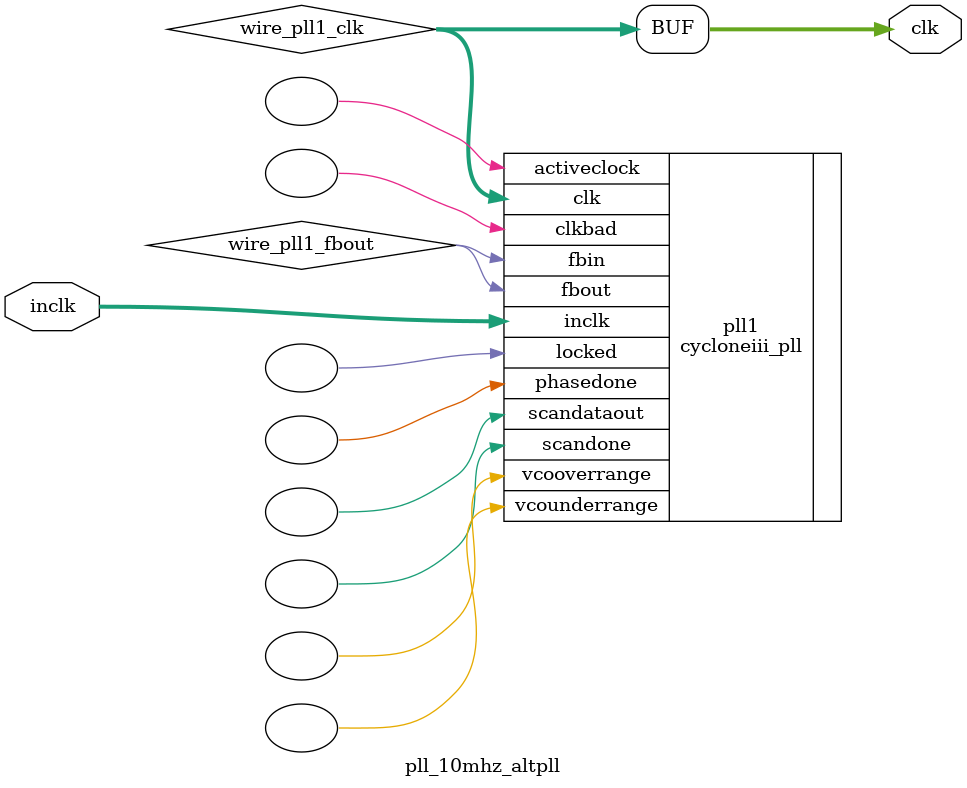
<source format=v>






//synthesis_resources = cycloneiii_pll 1 
//synopsys translate_off
`timescale 1 ps / 1 ps
//synopsys translate_on
module  pll_10mhz_altpll
	( 
	clk,
	inclk) /* synthesis synthesis_clearbox=1 */;
	output   [4:0]  clk;
	input   [1:0]  inclk;

	wire  [4:0]   wire_pll1_clk;
	wire  wire_pll1_fbout;

	cycloneiii_pll   pll1
	( 
	.activeclock(),
	.clk(wire_pll1_clk),
	.clkbad(),
	.fbin(wire_pll1_fbout),
	.fbout(wire_pll1_fbout),
	.inclk(inclk),
	.locked(),
	.phasedone(),
	.scandataout(),
	.scandone(),
	.vcooverrange(),
	.vcounderrange()
	`ifdef FORMAL_VERIFICATION
	`else
	// synopsys translate_off
	`endif
	,
	.areset(1'b0),
	.clkswitch(1'b0),
	.configupdate(1'b0),
	.pfdena(1'b1),
	.phasecounterselect({3{1'b0}}),
	.phasestep(1'b0),
	.phaseupdown(1'b0),
	.scanclk(1'b0),
	.scanclkena(1'b1),
	.scandata(1'b0)
	`ifdef FORMAL_VERIFICATION
	`else
	// synopsys translate_on
	`endif
	);
	defparam
		pll1.bandwidth_type = "auto",
		pll1.clk0_divide_by = 5,
		pll1.clk0_duty_cycle = 50,
		pll1.clk0_multiply_by = 2,
		pll1.clk0_phase_shift = "0",
		pll1.compensate_clock = "clk0",
		pll1.inclk0_input_frequency = 40000,
		pll1.operation_mode = "normal",
		pll1.pll_type = "auto",
		pll1.lpm_type = "cycloneiii_pll";
	assign
		clk = wire_pll1_clk;
endmodule //pll_10mhz_altpll
//VALID FILE

</source>
